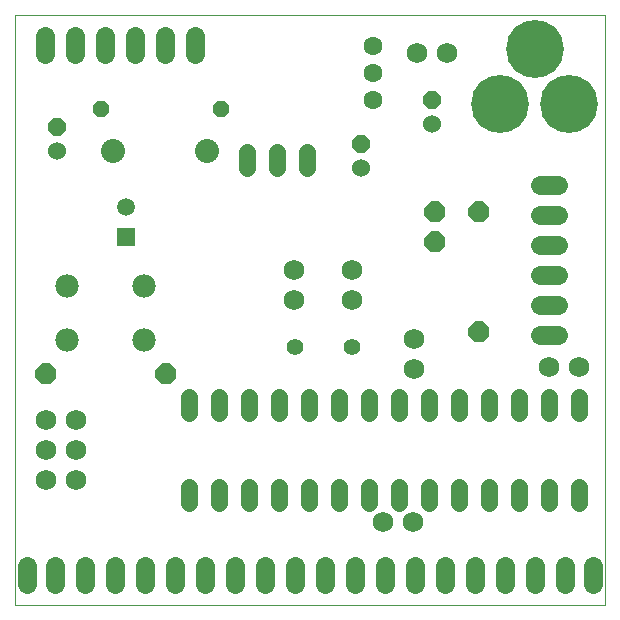
<source format=gbs>
G75*
G70*
%OFA0B0*%
%FSLAX24Y24*%
%IPPOS*%
%LPD*%
%AMOC8*
5,1,8,0,0,1.08239X$1,22.5*
%
%ADD10C,0.0000*%
%ADD11C,0.0560*%
%ADD12C,0.0690*%
%ADD13OC8,0.0700*%
%ADD14C,0.0631*%
%ADD15OC8,0.0600*%
%ADD16C,0.0600*%
%ADD17C,0.1930*%
%ADD18OC8,0.0560*%
%ADD19C,0.0800*%
%ADD20R,0.0594X0.0594*%
%ADD21C,0.0594*%
%ADD22C,0.0560*%
%ADD23C,0.0680*%
%ADD24C,0.0640*%
%ADD25C,0.0780*%
D10*
X005221Y001300D02*
X005221Y020985D01*
X024906Y020985D01*
X024906Y001300D01*
X005221Y001300D01*
D11*
X011021Y004710D02*
X011021Y005230D01*
X012021Y005230D02*
X012021Y004710D01*
X013021Y004710D02*
X013021Y005230D01*
X014021Y005230D02*
X014021Y004710D01*
X015021Y004710D02*
X015021Y005230D01*
X016021Y005230D02*
X016021Y004710D01*
X017021Y004710D02*
X017021Y005230D01*
X018021Y005230D02*
X018021Y004710D01*
X019021Y004710D02*
X019021Y005230D01*
X020021Y005230D02*
X020021Y004710D01*
X021021Y004710D02*
X021021Y005230D01*
X022021Y005230D02*
X022021Y004710D01*
X023021Y004710D02*
X023021Y005230D01*
X024021Y005230D02*
X024021Y004710D01*
X024021Y007710D02*
X024021Y008230D01*
X023021Y008230D02*
X023021Y007710D01*
X022021Y007710D02*
X022021Y008230D01*
X021021Y008230D02*
X021021Y007710D01*
X020021Y007710D02*
X020021Y008230D01*
X019021Y008230D02*
X019021Y007710D01*
X018021Y007710D02*
X018021Y008230D01*
X017021Y008230D02*
X017021Y007710D01*
X016021Y007710D02*
X016021Y008230D01*
X015021Y008230D02*
X015021Y007710D01*
X014021Y007710D02*
X014021Y008230D01*
X013021Y008230D02*
X013021Y007710D01*
X012021Y007710D02*
X012021Y008230D01*
X011021Y008230D02*
X011021Y007710D01*
X012962Y015886D02*
X012962Y016406D01*
X013962Y016406D02*
X013962Y015886D01*
X014962Y015886D02*
X014962Y016406D01*
D12*
X018626Y019698D03*
X019626Y019698D03*
X016462Y012488D03*
X016462Y011488D03*
X014537Y011473D03*
X014537Y012473D03*
X018531Y010172D03*
X018531Y009172D03*
X023026Y009245D03*
X024026Y009245D03*
X018503Y004066D03*
X017503Y004066D03*
D13*
X010251Y009013D03*
X006251Y009013D03*
X019236Y013415D03*
X019236Y014415D03*
X020681Y014392D03*
X020681Y010392D03*
D14*
X017177Y018144D03*
X017177Y019049D03*
X017177Y019955D03*
D15*
X019122Y018143D03*
X016775Y016662D03*
X006637Y017246D03*
D16*
X006637Y016446D03*
X016775Y015862D03*
X019122Y017343D03*
D17*
X021388Y018001D03*
X022569Y019851D03*
X023711Y018001D03*
D18*
X012091Y017830D03*
X008091Y017830D03*
D19*
X008496Y016451D03*
X011645Y016451D03*
D20*
X008932Y013581D03*
D21*
X008932Y014565D03*
D22*
X014548Y009910D03*
X016448Y009910D03*
D23*
X007255Y007480D03*
X007255Y006480D03*
X006255Y006480D03*
X006255Y007480D03*
X006255Y005480D03*
X007255Y005480D03*
D24*
X007571Y002600D02*
X007571Y002000D01*
X008571Y002000D02*
X008571Y002600D01*
X009571Y002600D02*
X009571Y002000D01*
X010571Y002000D02*
X010571Y002600D01*
X011571Y002600D02*
X011571Y002000D01*
X012571Y002000D02*
X012571Y002600D01*
X013571Y002600D02*
X013571Y002000D01*
X014571Y002000D02*
X014571Y002600D01*
X015571Y002600D02*
X015571Y002000D01*
X016571Y002000D02*
X016571Y002600D01*
X017571Y002600D02*
X017571Y002000D01*
X018571Y002000D02*
X018571Y002600D01*
X019571Y002600D02*
X019571Y002000D01*
X020571Y002000D02*
X020571Y002600D01*
X021571Y002600D02*
X021571Y002000D01*
X022571Y002000D02*
X022571Y002600D01*
X023571Y002600D02*
X023571Y002000D01*
X024506Y002000D02*
X024506Y002600D01*
X023319Y010303D02*
X022719Y010303D01*
X022719Y011303D02*
X023319Y011303D01*
X023319Y012303D02*
X022719Y012303D01*
X022719Y013303D02*
X023319Y013303D01*
X023319Y014303D02*
X022719Y014303D01*
X022719Y015303D02*
X023319Y015303D01*
X011221Y019680D02*
X011221Y020280D01*
X010221Y020280D02*
X010221Y019680D01*
X009221Y019680D02*
X009221Y020280D01*
X008221Y020280D02*
X008221Y019680D01*
X007221Y019680D02*
X007221Y020280D01*
X006221Y020280D02*
X006221Y019680D01*
X006571Y002600D02*
X006571Y002000D01*
X005636Y002000D02*
X005636Y002600D01*
D25*
X006971Y010150D03*
X009531Y010150D03*
X009531Y011930D03*
X006971Y011930D03*
M02*

</source>
